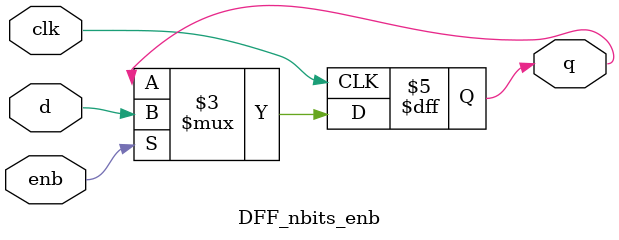
<source format=v>
/* flip flop tipo D de n bits disparado por flanco
   creciente de clk con entrada de habilitacion enb.
   */
module DFF_nbits_enb #(parameter BITS = 1)
(
    input clk,
    input enb,
    input [BITS-1:0] d,
    output reg [BITS-1:0] q
);

always @(posedge clk) begin
    if (enb == 1'b1)
        q <= d;
end

endmodule
</source>
